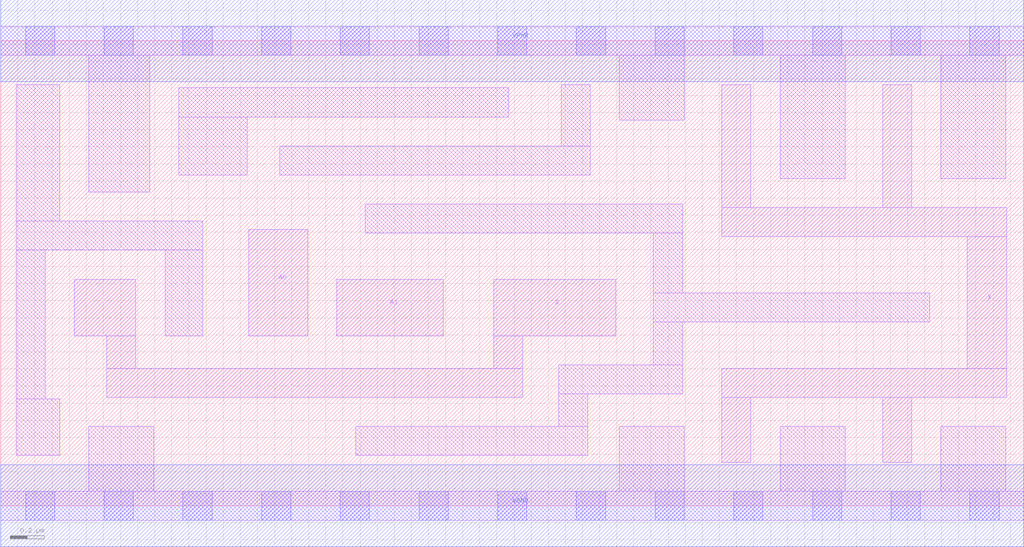
<source format=lef>
# Copyright 2020 The SkyWater PDK Authors
#
# Licensed under the Apache License, Version 2.0 (the "License");
# you may not use this file except in compliance with the License.
# You may obtain a copy of the License at
#
#     https://www.apache.org/licenses/LICENSE-2.0
#
# Unless required by applicable law or agreed to in writing, software
# distributed under the License is distributed on an "AS IS" BASIS,
# WITHOUT WARRANTIES OR CONDITIONS OF ANY KIND, either express or implied.
# See the License for the specific language governing permissions and
# limitations under the License.
#
# SPDX-License-Identifier: Apache-2.0

VERSION 5.7 ;
BUSBITCHARS "[]" ;
DIVIDERCHAR "/" ;
PROPERTYDEFINITIONS
  MACRO maskLayoutSubType STRING ;
  MACRO prCellType STRING ;
  MACRO originalViewName STRING ;
END PROPERTYDEFINITIONS
MACRO sky130_fd_sc_hdll__mux2_4
  ORIGIN  0.000000  0.000000 ;
  CLASS CORE ;
  SYMMETRY X Y R90 ;
  SIZE  5.980000 BY  2.720000 ;
  SITE unithd ;
  PIN A0
    ANTENNAGATEAREA  0.277500 ;
    DIRECTION INPUT ;
    USE SIGNAL ;
    PORT
      LAYER li1 ;
        RECT 1.450000 0.995000 1.795000 1.615000 ;
    END
  END A0
  PIN A1
    ANTENNAGATEAREA  0.277500 ;
    DIRECTION INPUT ;
    USE SIGNAL ;
    PORT
      LAYER li1 ;
        RECT 1.965000 0.995000 2.585000 1.325000 ;
    END
  END A1
  PIN S
    ANTENNAGATEAREA  0.555000 ;
    DIRECTION INPUT ;
    USE SIGNAL ;
    PORT
      LAYER li1 ;
        RECT 0.430000 0.995000 0.790000 1.325000 ;
        RECT 0.620000 0.635000 3.050000 0.805000 ;
        RECT 0.620000 0.805000 0.790000 0.995000 ;
        RECT 2.880000 0.805000 3.050000 0.995000 ;
        RECT 2.880000 0.995000 3.595000 1.325000 ;
    END
  END S
  PIN X
    ANTENNADIFFAREA  0.996000 ;
    DIRECTION OUTPUT ;
    USE SIGNAL ;
    PORT
      LAYER li1 ;
        RECT 4.215000 0.255000 4.385000 0.635000 ;
        RECT 4.215000 0.635000 5.880000 0.805000 ;
        RECT 4.215000 1.575000 5.880000 1.745000 ;
        RECT 4.215000 1.745000 4.385000 2.465000 ;
        RECT 5.155000 0.255000 5.325000 0.635000 ;
        RECT 5.155000 1.745000 5.325000 2.465000 ;
        RECT 5.650000 0.805000 5.880000 1.575000 ;
    END
  END X
  PIN VGND
    DIRECTION INOUT ;
    USE GROUND ;
    PORT
      LAYER met1 ;
        RECT 0.000000 -0.240000 5.980000 0.240000 ;
    END
  END VGND
  PIN VPWR
    DIRECTION INOUT ;
    USE POWER ;
    PORT
      LAYER met1 ;
        RECT 0.000000 2.480000 5.980000 2.960000 ;
    END
  END VPWR
  OBS
    LAYER li1 ;
      RECT 0.000000 -0.085000 5.980000 0.085000 ;
      RECT 0.000000  2.635000 5.980000 2.805000 ;
      RECT 0.090000  0.295000 0.345000 0.625000 ;
      RECT 0.090000  0.625000 0.260000 1.495000 ;
      RECT 0.090000  1.495000 1.180000 1.665000 ;
      RECT 0.090000  1.665000 0.345000 2.465000 ;
      RECT 0.515000  0.085000 0.895000 0.465000 ;
      RECT 0.515000  1.835000 0.870000 2.635000 ;
      RECT 0.960000  0.995000 1.180000 1.495000 ;
      RECT 1.040000  1.935000 1.440000 2.275000 ;
      RECT 1.040000  2.275000 2.970000 2.445000 ;
      RECT 1.630000  1.935000 3.445000 2.105000 ;
      RECT 2.075000  0.295000 3.430000 0.465000 ;
      RECT 2.130000  1.595000 3.985000 1.765000 ;
      RECT 3.260000  0.465000 3.430000 0.655000 ;
      RECT 3.260000  0.655000 3.985000 0.825000 ;
      RECT 3.275000  2.105000 3.445000 2.465000 ;
      RECT 3.615000  0.085000 3.995000 0.465000 ;
      RECT 3.615000  2.255000 3.995000 2.635000 ;
      RECT 3.815000  0.825000 3.985000 1.075000 ;
      RECT 3.815000  1.075000 5.430000 1.245000 ;
      RECT 3.815000  1.245000 3.985000 1.595000 ;
      RECT 4.555000  0.085000 4.935000 0.465000 ;
      RECT 4.555000  1.915000 4.935000 2.635000 ;
      RECT 5.495000  0.085000 5.875000 0.465000 ;
      RECT 5.495000  1.915000 5.875000 2.635000 ;
    LAYER mcon ;
      RECT 0.145000 -0.085000 0.315000 0.085000 ;
      RECT 0.145000  2.635000 0.315000 2.805000 ;
      RECT 0.605000 -0.085000 0.775000 0.085000 ;
      RECT 0.605000  2.635000 0.775000 2.805000 ;
      RECT 1.065000 -0.085000 1.235000 0.085000 ;
      RECT 1.065000  2.635000 1.235000 2.805000 ;
      RECT 1.525000 -0.085000 1.695000 0.085000 ;
      RECT 1.525000  2.635000 1.695000 2.805000 ;
      RECT 1.985000 -0.085000 2.155000 0.085000 ;
      RECT 1.985000  2.635000 2.155000 2.805000 ;
      RECT 2.445000 -0.085000 2.615000 0.085000 ;
      RECT 2.445000  2.635000 2.615000 2.805000 ;
      RECT 2.905000 -0.085000 3.075000 0.085000 ;
      RECT 2.905000  2.635000 3.075000 2.805000 ;
      RECT 3.365000 -0.085000 3.535000 0.085000 ;
      RECT 3.365000  2.635000 3.535000 2.805000 ;
      RECT 3.825000 -0.085000 3.995000 0.085000 ;
      RECT 3.825000  2.635000 3.995000 2.805000 ;
      RECT 4.285000 -0.085000 4.455000 0.085000 ;
      RECT 4.285000  2.635000 4.455000 2.805000 ;
      RECT 4.745000 -0.085000 4.915000 0.085000 ;
      RECT 4.745000  2.635000 4.915000 2.805000 ;
      RECT 5.205000 -0.085000 5.375000 0.085000 ;
      RECT 5.205000  2.635000 5.375000 2.805000 ;
      RECT 5.665000 -0.085000 5.835000 0.085000 ;
      RECT 5.665000  2.635000 5.835000 2.805000 ;
  END
  PROPERTY maskLayoutSubType "abstract" ;
  PROPERTY prCellType "standard" ;
  PROPERTY originalViewName "layout" ;
END sky130_fd_sc_hdll__mux2_4
END LIBRARY

</source>
